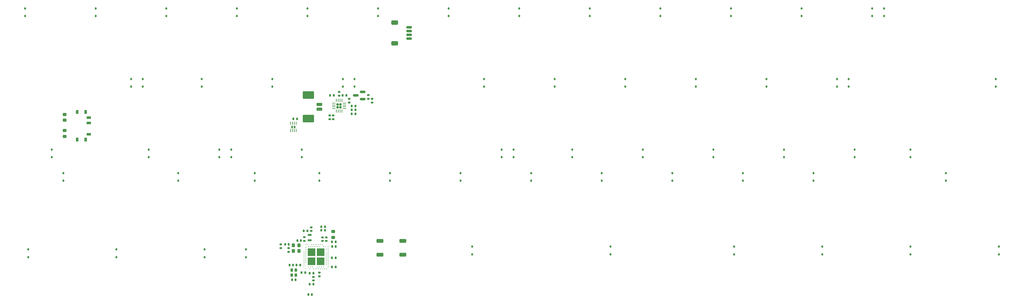
<source format=gbp>
G04 #@! TF.GenerationSoftware,KiCad,Pcbnew,7.0.5*
G04 #@! TF.CreationDate,2024-03-02T17:21:11+09:00*
G04 #@! TF.ProjectId,Hotp4ck60,486f7470-3463-46b3-9630-2e6b69636164,rev?*
G04 #@! TF.SameCoordinates,Original*
G04 #@! TF.FileFunction,Paste,Bot*
G04 #@! TF.FilePolarity,Positive*
%FSLAX46Y46*%
G04 Gerber Fmt 4.6, Leading zero omitted, Abs format (unit mm)*
G04 Created by KiCad (PCBNEW 7.0.5) date 2024-03-02 17:21:11*
%MOMM*%
%LPD*%
G01*
G04 APERTURE LIST*
G04 Aperture macros list*
%AMRoundRect*
0 Rectangle with rounded corners*
0 $1 Rounding radius*
0 $2 $3 $4 $5 $6 $7 $8 $9 X,Y pos of 4 corners*
0 Add a 4 corners polygon primitive as box body*
4,1,4,$2,$3,$4,$5,$6,$7,$8,$9,$2,$3,0*
0 Add four circle primitives for the rounded corners*
1,1,$1+$1,$2,$3*
1,1,$1+$1,$4,$5*
1,1,$1+$1,$6,$7*
1,1,$1+$1,$8,$9*
0 Add four rect primitives between the rounded corners*
20,1,$1+$1,$2,$3,$4,$5,0*
20,1,$1+$1,$4,$5,$6,$7,0*
20,1,$1+$1,$6,$7,$8,$9,0*
20,1,$1+$1,$8,$9,$2,$3,0*%
G04 Aperture macros list end*
%ADD10RoundRect,0.140000X-0.140000X-0.170000X0.140000X-0.170000X0.140000X0.170000X-0.140000X0.170000X0*%
%ADD11RoundRect,0.112500X-0.112500X0.187500X-0.112500X-0.187500X0.112500X-0.187500X0.112500X0.187500X0*%
%ADD12RoundRect,0.140000X0.170000X-0.140000X0.170000X0.140000X-0.170000X0.140000X-0.170000X-0.140000X0*%
%ADD13RoundRect,0.140000X0.140000X0.170000X-0.140000X0.170000X-0.140000X-0.170000X0.140000X-0.170000X0*%
%ADD14RoundRect,0.112500X0.112500X-0.187500X0.112500X0.187500X-0.112500X0.187500X-0.112500X-0.187500X0*%
%ADD15RoundRect,0.218750X-0.256250X0.218750X-0.256250X-0.218750X0.256250X-0.218750X0.256250X0.218750X0*%
%ADD16RoundRect,0.150000X0.587500X0.150000X-0.587500X0.150000X-0.587500X-0.150000X0.587500X-0.150000X0*%
%ADD17R,1.100000X0.600000*%
%ADD18RoundRect,0.135000X-0.135000X-0.185000X0.135000X-0.185000X0.135000X0.185000X-0.135000X0.185000X0*%
%ADD19RoundRect,0.135000X0.185000X-0.135000X0.185000X0.135000X-0.185000X0.135000X-0.185000X-0.135000X0*%
%ADD20RoundRect,0.225000X0.225000X0.250000X-0.225000X0.250000X-0.225000X-0.250000X0.225000X-0.250000X0*%
%ADD21RoundRect,0.147500X0.172500X-0.147500X0.172500X0.147500X-0.172500X0.147500X-0.172500X-0.147500X0*%
%ADD22RoundRect,0.070000X-0.190000X0.070000X-0.190000X-0.070000X0.190000X-0.070000X0.190000X0.070000X0*%
%ADD23RoundRect,0.062500X-0.062500X0.325000X-0.062500X-0.325000X0.062500X-0.325000X0.062500X0.325000X0*%
%ADD24R,0.800000X0.900000*%
%ADD25RoundRect,0.090000X0.535000X-0.210000X0.535000X0.210000X-0.535000X0.210000X-0.535000X-0.210000X0*%
%ADD26RoundRect,0.105000X-0.245000X-0.445000X0.245000X-0.445000X0.245000X0.445000X-0.245000X0.445000X0*%
%ADD27RoundRect,0.140000X-0.170000X0.140000X-0.170000X-0.140000X0.170000X-0.140000X0.170000X0.140000X0*%
%ADD28RoundRect,0.160000X0.160000X-0.160000X0.160000X0.160000X-0.160000X0.160000X-0.160000X-0.160000X0*%
%ADD29RoundRect,0.062500X0.062500X-0.375000X0.062500X0.375000X-0.062500X0.375000X-0.062500X-0.375000X0*%
%ADD30RoundRect,0.062500X0.375000X-0.062500X0.375000X0.062500X-0.375000X0.062500X-0.375000X-0.062500X0*%
%ADD31RoundRect,0.147500X0.147500X0.172500X-0.147500X0.172500X-0.147500X-0.172500X0.147500X-0.172500X0*%
%ADD32RoundRect,0.218750X0.218750X0.256250X-0.218750X0.256250X-0.218750X-0.256250X0.218750X-0.256250X0*%
%ADD33RoundRect,0.200000X0.600000X-0.200000X0.600000X0.200000X-0.600000X0.200000X-0.600000X-0.200000X0*%
%ADD34RoundRect,0.250001X1.249999X-0.799999X1.249999X0.799999X-1.249999X0.799999X-1.249999X-0.799999X0*%
%ADD35RoundRect,0.275000X0.625000X0.275000X-0.625000X0.275000X-0.625000X-0.275000X0.625000X-0.275000X0*%
%ADD36RoundRect,0.135000X0.135000X0.185000X-0.135000X0.185000X-0.135000X-0.185000X0.135000X-0.185000X0*%
%ADD37RoundRect,0.218750X0.256250X-0.218750X0.256250X0.218750X-0.256250X0.218750X-0.256250X-0.218750X0*%
%ADD38RoundRect,0.150000X0.625000X-0.150000X0.625000X0.150000X-0.625000X0.150000X-0.625000X-0.150000X0*%
%ADD39RoundRect,0.250000X0.650000X-0.350000X0.650000X0.350000X-0.650000X0.350000X-0.650000X-0.350000X0*%
%ADD40R,2.000000X2.000000*%
%ADD41C,0.250000*%
G04 APERTURE END LIST*
D10*
X171690000Y-176650000D03*
X172650000Y-176650000D03*
D11*
X89693750Y-174368750D03*
X89693750Y-176468750D03*
D12*
X166090000Y-169360000D03*
X166090000Y-168400000D03*
D13*
X163290000Y-172000000D03*
X162330000Y-172000000D03*
D14*
X127000000Y-111381250D03*
X127000000Y-109281250D03*
X217487500Y-149481250D03*
X217487500Y-147381250D03*
D15*
X99520000Y-142282500D03*
X99520000Y-143857500D03*
D14*
X212725000Y-130431250D03*
X212725000Y-128331250D03*
D16*
X179947500Y-131840000D03*
X179947500Y-133740000D03*
X178072500Y-132790000D03*
D11*
X113506250Y-174368750D03*
X113506250Y-176468750D03*
D12*
X169150000Y-172040000D03*
X169150000Y-171080000D03*
D14*
X96043750Y-149481250D03*
X96043750Y-147381250D03*
D11*
X137318750Y-174368750D03*
X137318750Y-176468750D03*
D14*
X350837500Y-130431250D03*
X350837500Y-128331250D03*
D11*
X337343750Y-153731250D03*
X337343750Y-155831250D03*
D14*
X146050000Y-111381250D03*
X146050000Y-109281250D03*
X255587500Y-149481250D03*
X255587500Y-147381250D03*
D11*
X99218750Y-153731250D03*
X99218750Y-155831250D03*
D12*
X170140000Y-172040000D03*
X170140000Y-171080000D03*
D10*
X165680000Y-183760000D03*
X166640000Y-183760000D03*
X165680000Y-180740000D03*
X166640000Y-180740000D03*
D14*
X220662500Y-149481250D03*
X220662500Y-147381250D03*
X307975000Y-130431250D03*
X307975000Y-128331250D03*
X88900000Y-111381250D03*
X88900000Y-109281250D03*
D17*
X165650000Y-171860000D03*
X165650000Y-170460000D03*
D11*
X351631250Y-173575000D03*
X351631250Y-175675000D03*
D18*
X176990000Y-137730000D03*
X178010000Y-137730000D03*
D11*
X148431250Y-174368750D03*
X148431250Y-176468750D03*
D14*
X222250000Y-111381250D03*
X222250000Y-109281250D03*
D19*
X181480000Y-133674000D03*
X181480000Y-132654000D03*
D14*
X184150000Y-111381250D03*
X184150000Y-109281250D03*
D11*
X263525000Y-153731250D03*
X263525000Y-155831250D03*
D14*
X288925000Y-130431250D03*
X288925000Y-128331250D03*
D19*
X182496000Y-134694000D03*
X182496000Y-133674000D03*
D14*
X311150000Y-130431250D03*
X311150000Y-128331250D03*
D20*
X162805000Y-174800000D03*
X161255000Y-174800000D03*
D11*
X301625000Y-153731250D03*
X301625000Y-155831250D03*
D12*
X176300000Y-134695000D03*
X176300000Y-133735000D03*
D13*
X163100000Y-178580000D03*
X162140000Y-178580000D03*
D11*
X304006250Y-173575000D03*
X304006250Y-175675000D03*
D21*
X166640000Y-182735000D03*
X166640000Y-181765000D03*
D14*
X155575000Y-130431250D03*
X155575000Y-128331250D03*
D22*
X161605000Y-141125000D03*
X160955000Y-141125000D03*
X161605000Y-141475000D03*
X160955000Y-141475000D03*
D23*
X160530000Y-140337500D03*
X161030000Y-140337500D03*
X161530000Y-140337500D03*
X162030000Y-140337500D03*
X162030000Y-142262500D03*
X161530000Y-142262500D03*
X161030000Y-142262500D03*
X160530000Y-142262500D03*
D14*
X163512500Y-149481250D03*
X163512500Y-147381250D03*
D18*
X176990000Y-135660000D03*
X178010000Y-135660000D03*
D11*
X246856250Y-173575000D03*
X246856250Y-175675000D03*
X168275000Y-153731250D03*
X168275000Y-155831250D03*
D14*
X120650000Y-130431250D03*
X120650000Y-128331250D03*
D11*
X150812500Y-153731250D03*
X150812500Y-155831250D03*
D24*
X160850000Y-181310000D03*
X160850000Y-179910000D03*
X161950000Y-179910000D03*
X161950000Y-181310000D03*
D25*
X106090000Y-143240000D03*
X106090000Y-140240000D03*
X106090000Y-138740000D03*
D26*
X105240000Y-137290000D03*
X102940000Y-137290000D03*
X105240000Y-144690000D03*
X102940000Y-144690000D03*
D10*
X161280000Y-139110000D03*
X162240000Y-139110000D03*
D13*
X161880000Y-182560000D03*
X160920000Y-182560000D03*
D14*
X203200000Y-111381250D03*
X203200000Y-109281250D03*
D11*
X225425000Y-153731250D03*
X225425000Y-155831250D03*
D27*
X171060000Y-138210000D03*
X171060000Y-139170000D03*
D14*
X312737500Y-149481250D03*
X312737500Y-147381250D03*
D11*
X209550000Y-173575000D03*
X209550000Y-175675000D03*
D27*
X160000000Y-174040000D03*
X160000000Y-175000000D03*
D10*
X171720000Y-173590000D03*
X172680000Y-173590000D03*
D11*
X130175000Y-153731250D03*
X130175000Y-155831250D03*
D18*
X176980000Y-136690000D03*
X178000000Y-136690000D03*
D14*
X241300000Y-111381250D03*
X241300000Y-109281250D03*
X317500000Y-111381250D03*
X317500000Y-109281250D03*
X107950000Y-111381250D03*
X107950000Y-109281250D03*
X177800000Y-130431250D03*
X177800000Y-128331250D03*
X117475000Y-130431250D03*
X117475000Y-128331250D03*
D10*
X171710000Y-172270000D03*
X172670000Y-172270000D03*
D28*
X173200000Y-136000000D03*
X174000000Y-136000000D03*
X173200000Y-135200000D03*
X174000000Y-135200000D03*
D29*
X174350000Y-137037500D03*
X173850000Y-137037500D03*
X173350000Y-137037500D03*
X172850000Y-137037500D03*
D30*
X172162500Y-136350000D03*
X172162500Y-135850000D03*
X172162500Y-135350000D03*
X172162500Y-134850000D03*
D29*
X172850000Y-134162500D03*
X173350000Y-134162500D03*
X173850000Y-134162500D03*
X174350000Y-134162500D03*
D30*
X175037500Y-134850000D03*
X175037500Y-135350000D03*
X175037500Y-135850000D03*
X175037500Y-136350000D03*
D31*
X160025000Y-173000000D03*
X159055000Y-173000000D03*
D10*
X171690000Y-179080000D03*
X172650000Y-179080000D03*
D11*
X280193750Y-173575000D03*
X280193750Y-175675000D03*
D32*
X162817500Y-173270000D03*
X161242500Y-173270000D03*
D14*
X136525000Y-130431250D03*
X136525000Y-128331250D03*
D33*
X168250000Y-136455000D03*
X168250000Y-135205000D03*
D34*
X165350000Y-139005000D03*
X165350000Y-132655000D03*
D11*
X187325000Y-153731250D03*
X187325000Y-155831250D03*
D14*
X269875000Y-130431250D03*
X269875000Y-128331250D03*
X122237500Y-149481250D03*
X122237500Y-147381250D03*
D10*
X165330000Y-186557364D03*
X166290000Y-186557364D03*
D35*
X190790000Y-172040000D03*
X184590000Y-172040000D03*
X190790000Y-175740000D03*
X184590000Y-175740000D03*
D36*
X169850000Y-168210000D03*
X168830000Y-168210000D03*
D37*
X171990000Y-171087500D03*
X171990000Y-169512500D03*
D14*
X141287500Y-149481250D03*
X141287500Y-147381250D03*
X274637500Y-149481250D03*
X274637500Y-147381250D03*
X279400000Y-111381250D03*
X279400000Y-109281250D03*
D12*
X173600000Y-132810000D03*
X173600000Y-131850000D03*
D15*
X99520000Y-137892500D03*
X99520000Y-139467500D03*
D14*
X174625000Y-130431250D03*
X174625000Y-128331250D03*
D13*
X165050000Y-169340000D03*
X164090000Y-169340000D03*
X164450000Y-180610000D03*
X163490000Y-180610000D03*
D14*
X327818750Y-149481250D03*
X327818750Y-147381250D03*
D11*
X244475000Y-153731250D03*
X244475000Y-155831250D03*
D14*
X320675000Y-111381250D03*
X320675000Y-109281250D03*
D19*
X172050000Y-139230000D03*
X172050000Y-138210000D03*
D14*
X298450000Y-111381250D03*
X298450000Y-109281250D03*
X236537500Y-149481250D03*
X236537500Y-147381250D03*
X165100000Y-111381250D03*
X165100000Y-109281250D03*
D11*
X282575000Y-153731250D03*
X282575000Y-155831250D03*
D27*
X168310000Y-180630000D03*
X168310000Y-181590000D03*
D14*
X260350000Y-111381250D03*
X260350000Y-109281250D03*
D18*
X171150000Y-132780000D03*
X172170000Y-132780000D03*
D38*
X192490000Y-117410000D03*
X192490000Y-116410000D03*
X192490000Y-115410000D03*
X192490000Y-114410000D03*
D39*
X188615000Y-118710000D03*
X188615000Y-113110000D03*
D40*
X168612500Y-175127500D03*
X166187500Y-175127500D03*
X168612500Y-177552500D03*
X166187500Y-177552500D03*
D41*
X164150000Y-175090000D03*
X164150000Y-175590000D03*
X164150000Y-176090000D03*
X164150000Y-176590000D03*
X164150000Y-177090000D03*
X164150000Y-177590000D03*
X164150000Y-178090000D03*
X164150000Y-178590000D03*
X164150000Y-179090000D03*
X169650000Y-179590000D03*
X169900000Y-173590000D03*
X170150000Y-174340000D03*
X170150000Y-175340000D03*
X170150000Y-175840000D03*
X170150000Y-176340000D03*
X170150000Y-176840000D03*
X170150000Y-177340000D03*
X170150000Y-177840000D03*
X170150000Y-178340000D03*
X170150000Y-179590000D03*
X170650000Y-173590000D03*
X170650000Y-174090000D03*
X170650000Y-174590000D03*
X170650000Y-175090000D03*
X170650000Y-175590000D03*
X170650000Y-176090000D03*
X170650000Y-176590000D03*
X170650000Y-177090000D03*
X170650000Y-177590000D03*
X170650000Y-178090000D03*
X170650000Y-178590000D03*
X170650000Y-179090000D03*
X164650000Y-173090000D03*
X164650000Y-173840000D03*
X164650000Y-174340000D03*
X164650000Y-174840000D03*
X164650000Y-175340000D03*
X164650000Y-175840000D03*
X164650000Y-176340000D03*
X164650000Y-176840000D03*
X164650000Y-177340000D03*
X164650000Y-177840000D03*
X164650000Y-179590000D03*
X165150000Y-173090000D03*
X165400000Y-173590000D03*
X165400000Y-179090000D03*
X165650000Y-179590000D03*
X165900000Y-173590000D03*
X165900000Y-179090000D03*
X166150000Y-173090000D03*
X166400000Y-173590000D03*
X166400000Y-179090000D03*
X166650000Y-173090000D03*
X166650000Y-179590000D03*
X166900000Y-173590000D03*
X167150000Y-173090000D03*
X167150000Y-179590000D03*
X167400000Y-173590000D03*
X167650000Y-173090000D03*
X167650000Y-179590000D03*
X167900000Y-173590000D03*
X167900000Y-179090000D03*
X168150000Y-173090000D03*
X168150000Y-179590000D03*
X168400000Y-173590000D03*
X168400000Y-179090000D03*
X168650000Y-173090000D03*
X168650000Y-179590000D03*
X168900000Y-179090000D03*
X169150000Y-173090000D03*
X169150000Y-179590000D03*
X169400000Y-173590000D03*
X169400000Y-179090000D03*
D14*
X144462500Y-149481250D03*
X144462500Y-147381250D03*
X293687500Y-149481250D03*
X293687500Y-147381250D03*
D13*
X161200000Y-178590000D03*
X160240000Y-178590000D03*
D36*
X169850000Y-169190000D03*
X168830000Y-169190000D03*
D11*
X327818750Y-173575000D03*
X327818750Y-175675000D03*
D14*
X231775000Y-130431250D03*
X231775000Y-128331250D03*
D12*
X164240000Y-172030000D03*
X164240000Y-171070000D03*
D18*
X174550000Y-132770000D03*
X175570000Y-132770000D03*
D11*
X206375000Y-153731250D03*
X206375000Y-155831250D03*
D19*
X157880000Y-173970000D03*
X157880000Y-172950000D03*
D14*
X250825000Y-130431250D03*
X250825000Y-128331250D03*
M02*

</source>
